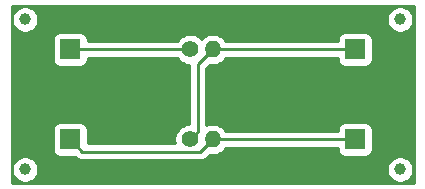
<source format=gtl>
%TF.GenerationSoftware,KiCad,Pcbnew,5.1.6+dfsg1-1*%
%TF.CreationDate,2021-08-19T04:22:28+08:00*%
%TF.ProjectId,lampblack-alert,6c616d70-626c-4616-936b-2d616c657274,rev?*%
%TF.SameCoordinates,Original*%
%TF.FileFunction,Copper,L1,Top*%
%TF.FilePolarity,Positive*%
%FSLAX46Y46*%
G04 Gerber Fmt 4.6, Leading zero omitted, Abs format (unit mm)*
G04 Created by KiCad (PCBNEW 5.1.6+dfsg1-1) date 2021-08-19 04:22:28*
%MOMM*%
%LPD*%
G01*
G04 APERTURE LIST*
%TA.AperFunction,ComponentPad*%
%ADD10O,1.400000X1.400000*%
%TD*%
%TA.AperFunction,ComponentPad*%
%ADD11C,1.400000*%
%TD*%
%TA.AperFunction,ComponentPad*%
%ADD12R,1.700000X1.700000*%
%TD*%
%TA.AperFunction,ViaPad*%
%ADD13C,1.000000*%
%TD*%
%TA.AperFunction,Conductor*%
%ADD14C,0.250000*%
%TD*%
%TA.AperFunction,NonConductor*%
%ADD15C,0.254000*%
%TD*%
G04 APERTURE END LIST*
D10*
%TO.P,R2,2*%
%TO.N,Net-(J2-Pad1)*%
X125090000Y-58420000D03*
D11*
%TO.P,R2,1*%
%TO.N,Net-(J3-Pad1)*%
X123190000Y-58420000D03*
%TD*%
D10*
%TO.P,R1,2*%
%TO.N,Net-(J3-Pad1)*%
X125090000Y-50800000D03*
D11*
%TO.P,R1,1*%
%TO.N,Net-(J1-Pad1)*%
X123190000Y-50800000D03*
%TD*%
D12*
%TO.P,J4,1*%
%TO.N,Net-(J2-Pad1)*%
X137160000Y-58420000D03*
%TD*%
%TO.P,J3,1*%
%TO.N,Net-(J3-Pad1)*%
X137160000Y-50800000D03*
%TD*%
%TO.P,J2,1*%
%TO.N,Net-(J2-Pad1)*%
X113030000Y-58420000D03*
%TD*%
%TO.P,J1,1*%
%TO.N,Net-(J1-Pad1)*%
X113030000Y-50800000D03*
%TD*%
D13*
%TO.N,*%
X140970000Y-48260000D03*
X140970000Y-60960000D03*
X109220000Y-60960000D03*
X109220000Y-48260000D03*
%TD*%
D14*
%TO.N,Net-(J1-Pad1)*%
X113030000Y-50800000D02*
X123190000Y-50800000D01*
%TO.N,Net-(J2-Pad1)*%
X125090000Y-58420000D02*
X137160000Y-58420000D01*
X114055001Y-59445001D02*
X113030000Y-58420000D01*
X124064999Y-59445001D02*
X114055001Y-59445001D01*
X125090000Y-58420000D02*
X124064999Y-59445001D01*
%TO.N,Net-(J3-Pad1)*%
X125090000Y-50800000D02*
X137160000Y-50800000D01*
X125090000Y-50800000D02*
X123820000Y-52070000D01*
X123820000Y-57790000D02*
X123190000Y-58420000D01*
X123820000Y-52070000D02*
X123820000Y-57790000D01*
%TD*%
D15*
G36*
X142113000Y-62103000D02*
G01*
X108077000Y-62103000D01*
X108077000Y-60849000D01*
X108093000Y-60849000D01*
X108093000Y-61071000D01*
X108136310Y-61288734D01*
X108221266Y-61493835D01*
X108344602Y-61678421D01*
X108501579Y-61835398D01*
X108686165Y-61958734D01*
X108891266Y-62043690D01*
X109109000Y-62087000D01*
X109331000Y-62087000D01*
X109548734Y-62043690D01*
X109753835Y-61958734D01*
X109938421Y-61835398D01*
X110095398Y-61678421D01*
X110218734Y-61493835D01*
X110303690Y-61288734D01*
X110347000Y-61071000D01*
X110347000Y-60849000D01*
X139843000Y-60849000D01*
X139843000Y-61071000D01*
X139886310Y-61288734D01*
X139971266Y-61493835D01*
X140094602Y-61678421D01*
X140251579Y-61835398D01*
X140436165Y-61958734D01*
X140641266Y-62043690D01*
X140859000Y-62087000D01*
X141081000Y-62087000D01*
X141298734Y-62043690D01*
X141503835Y-61958734D01*
X141688421Y-61835398D01*
X141845398Y-61678421D01*
X141968734Y-61493835D01*
X142053690Y-61288734D01*
X142097000Y-61071000D01*
X142097000Y-60849000D01*
X142053690Y-60631266D01*
X141968734Y-60426165D01*
X141845398Y-60241579D01*
X141688421Y-60084602D01*
X141503835Y-59961266D01*
X141298734Y-59876310D01*
X141081000Y-59833000D01*
X140859000Y-59833000D01*
X140641266Y-59876310D01*
X140436165Y-59961266D01*
X140251579Y-60084602D01*
X140094602Y-60241579D01*
X139971266Y-60426165D01*
X139886310Y-60631266D01*
X139843000Y-60849000D01*
X110347000Y-60849000D01*
X110303690Y-60631266D01*
X110218734Y-60426165D01*
X110095398Y-60241579D01*
X109938421Y-60084602D01*
X109753835Y-59961266D01*
X109548734Y-59876310D01*
X109331000Y-59833000D01*
X109109000Y-59833000D01*
X108891266Y-59876310D01*
X108686165Y-59961266D01*
X108501579Y-60084602D01*
X108344602Y-60241579D01*
X108221266Y-60426165D01*
X108136310Y-60631266D01*
X108093000Y-60849000D01*
X108077000Y-60849000D01*
X108077000Y-49950000D01*
X111549967Y-49950000D01*
X111549967Y-51650000D01*
X111562073Y-51772913D01*
X111597925Y-51891103D01*
X111656147Y-52000028D01*
X111734499Y-52095501D01*
X111829972Y-52173853D01*
X111938897Y-52232075D01*
X112057087Y-52267927D01*
X112180000Y-52280033D01*
X113880000Y-52280033D01*
X114002913Y-52267927D01*
X114121103Y-52232075D01*
X114230028Y-52173853D01*
X114325501Y-52095501D01*
X114403853Y-52000028D01*
X114462075Y-51891103D01*
X114497927Y-51772913D01*
X114510033Y-51650000D01*
X114510033Y-51552000D01*
X122096501Y-51552000D01*
X122159252Y-51645913D01*
X122344087Y-51830748D01*
X122561430Y-51975972D01*
X122802928Y-52076004D01*
X123059302Y-52127000D01*
X123068000Y-52127000D01*
X123068001Y-57093000D01*
X123059302Y-57093000D01*
X122802928Y-57143996D01*
X122561430Y-57244028D01*
X122344087Y-57389252D01*
X122159252Y-57574087D01*
X122014028Y-57791430D01*
X121913996Y-58032928D01*
X121863000Y-58289302D01*
X121863000Y-58550698D01*
X121891306Y-58693001D01*
X114510033Y-58693001D01*
X114510033Y-57570000D01*
X114497927Y-57447087D01*
X114462075Y-57328897D01*
X114403853Y-57219972D01*
X114325501Y-57124499D01*
X114230028Y-57046147D01*
X114121103Y-56987925D01*
X114002913Y-56952073D01*
X113880000Y-56939967D01*
X112180000Y-56939967D01*
X112057087Y-56952073D01*
X111938897Y-56987925D01*
X111829972Y-57046147D01*
X111734499Y-57124499D01*
X111656147Y-57219972D01*
X111597925Y-57328897D01*
X111562073Y-57447087D01*
X111549967Y-57570000D01*
X111549967Y-59270000D01*
X111562073Y-59392913D01*
X111597925Y-59511103D01*
X111656147Y-59620028D01*
X111734499Y-59715501D01*
X111829972Y-59793853D01*
X111938897Y-59852075D01*
X112057087Y-59887927D01*
X112180000Y-59900033D01*
X113446544Y-59900033D01*
X113497138Y-59950627D01*
X113520684Y-59979318D01*
X113549375Y-60002864D01*
X113635190Y-60073291D01*
X113705018Y-60110614D01*
X113765831Y-60143119D01*
X113907583Y-60186120D01*
X114018063Y-60197001D01*
X114018065Y-60197001D01*
X114055000Y-60200639D01*
X114091936Y-60197001D01*
X124028064Y-60197001D01*
X124064999Y-60200639D01*
X124101934Y-60197001D01*
X124101937Y-60197001D01*
X124212417Y-60186120D01*
X124354169Y-60143119D01*
X124484809Y-60073291D01*
X124599316Y-59979318D01*
X124622866Y-59950622D01*
X124848523Y-59724965D01*
X124959302Y-59747000D01*
X125220698Y-59747000D01*
X125477072Y-59696004D01*
X125718570Y-59595972D01*
X125935913Y-59450748D01*
X126120748Y-59265913D01*
X126183499Y-59172000D01*
X135679967Y-59172000D01*
X135679967Y-59270000D01*
X135692073Y-59392913D01*
X135727925Y-59511103D01*
X135786147Y-59620028D01*
X135864499Y-59715501D01*
X135959972Y-59793853D01*
X136068897Y-59852075D01*
X136187087Y-59887927D01*
X136310000Y-59900033D01*
X138010000Y-59900033D01*
X138132913Y-59887927D01*
X138251103Y-59852075D01*
X138360028Y-59793853D01*
X138455501Y-59715501D01*
X138533853Y-59620028D01*
X138592075Y-59511103D01*
X138627927Y-59392913D01*
X138640033Y-59270000D01*
X138640033Y-57570000D01*
X138627927Y-57447087D01*
X138592075Y-57328897D01*
X138533853Y-57219972D01*
X138455501Y-57124499D01*
X138360028Y-57046147D01*
X138251103Y-56987925D01*
X138132913Y-56952073D01*
X138010000Y-56939967D01*
X136310000Y-56939967D01*
X136187087Y-56952073D01*
X136068897Y-56987925D01*
X135959972Y-57046147D01*
X135864499Y-57124499D01*
X135786147Y-57219972D01*
X135727925Y-57328897D01*
X135692073Y-57447087D01*
X135679967Y-57570000D01*
X135679967Y-57668000D01*
X126183499Y-57668000D01*
X126120748Y-57574087D01*
X125935913Y-57389252D01*
X125718570Y-57244028D01*
X125477072Y-57143996D01*
X125220698Y-57093000D01*
X124959302Y-57093000D01*
X124702928Y-57143996D01*
X124572000Y-57198228D01*
X124572000Y-52381488D01*
X124848524Y-52104965D01*
X124959302Y-52127000D01*
X125220698Y-52127000D01*
X125477072Y-52076004D01*
X125718570Y-51975972D01*
X125935913Y-51830748D01*
X126120748Y-51645913D01*
X126183499Y-51552000D01*
X135679967Y-51552000D01*
X135679967Y-51650000D01*
X135692073Y-51772913D01*
X135727925Y-51891103D01*
X135786147Y-52000028D01*
X135864499Y-52095501D01*
X135959972Y-52173853D01*
X136068897Y-52232075D01*
X136187087Y-52267927D01*
X136310000Y-52280033D01*
X138010000Y-52280033D01*
X138132913Y-52267927D01*
X138251103Y-52232075D01*
X138360028Y-52173853D01*
X138455501Y-52095501D01*
X138533853Y-52000028D01*
X138592075Y-51891103D01*
X138627927Y-51772913D01*
X138640033Y-51650000D01*
X138640033Y-49950000D01*
X138627927Y-49827087D01*
X138592075Y-49708897D01*
X138533853Y-49599972D01*
X138455501Y-49504499D01*
X138360028Y-49426147D01*
X138251103Y-49367925D01*
X138132913Y-49332073D01*
X138010000Y-49319967D01*
X136310000Y-49319967D01*
X136187087Y-49332073D01*
X136068897Y-49367925D01*
X135959972Y-49426147D01*
X135864499Y-49504499D01*
X135786147Y-49599972D01*
X135727925Y-49708897D01*
X135692073Y-49827087D01*
X135679967Y-49950000D01*
X135679967Y-50048000D01*
X126183499Y-50048000D01*
X126120748Y-49954087D01*
X125935913Y-49769252D01*
X125718570Y-49624028D01*
X125477072Y-49523996D01*
X125220698Y-49473000D01*
X124959302Y-49473000D01*
X124702928Y-49523996D01*
X124461430Y-49624028D01*
X124244087Y-49769252D01*
X124140000Y-49873339D01*
X124035913Y-49769252D01*
X123818570Y-49624028D01*
X123577072Y-49523996D01*
X123320698Y-49473000D01*
X123059302Y-49473000D01*
X122802928Y-49523996D01*
X122561430Y-49624028D01*
X122344087Y-49769252D01*
X122159252Y-49954087D01*
X122096501Y-50048000D01*
X114510033Y-50048000D01*
X114510033Y-49950000D01*
X114497927Y-49827087D01*
X114462075Y-49708897D01*
X114403853Y-49599972D01*
X114325501Y-49504499D01*
X114230028Y-49426147D01*
X114121103Y-49367925D01*
X114002913Y-49332073D01*
X113880000Y-49319967D01*
X112180000Y-49319967D01*
X112057087Y-49332073D01*
X111938897Y-49367925D01*
X111829972Y-49426147D01*
X111734499Y-49504499D01*
X111656147Y-49599972D01*
X111597925Y-49708897D01*
X111562073Y-49827087D01*
X111549967Y-49950000D01*
X108077000Y-49950000D01*
X108077000Y-48149000D01*
X108093000Y-48149000D01*
X108093000Y-48371000D01*
X108136310Y-48588734D01*
X108221266Y-48793835D01*
X108344602Y-48978421D01*
X108501579Y-49135398D01*
X108686165Y-49258734D01*
X108891266Y-49343690D01*
X109109000Y-49387000D01*
X109331000Y-49387000D01*
X109548734Y-49343690D01*
X109753835Y-49258734D01*
X109938421Y-49135398D01*
X110095398Y-48978421D01*
X110218734Y-48793835D01*
X110303690Y-48588734D01*
X110347000Y-48371000D01*
X110347000Y-48149000D01*
X139843000Y-48149000D01*
X139843000Y-48371000D01*
X139886310Y-48588734D01*
X139971266Y-48793835D01*
X140094602Y-48978421D01*
X140251579Y-49135398D01*
X140436165Y-49258734D01*
X140641266Y-49343690D01*
X140859000Y-49387000D01*
X141081000Y-49387000D01*
X141298734Y-49343690D01*
X141503835Y-49258734D01*
X141688421Y-49135398D01*
X141845398Y-48978421D01*
X141968734Y-48793835D01*
X142053690Y-48588734D01*
X142097000Y-48371000D01*
X142097000Y-48149000D01*
X142053690Y-47931266D01*
X141968734Y-47726165D01*
X141845398Y-47541579D01*
X141688421Y-47384602D01*
X141503835Y-47261266D01*
X141298734Y-47176310D01*
X141081000Y-47133000D01*
X140859000Y-47133000D01*
X140641266Y-47176310D01*
X140436165Y-47261266D01*
X140251579Y-47384602D01*
X140094602Y-47541579D01*
X139971266Y-47726165D01*
X139886310Y-47931266D01*
X139843000Y-48149000D01*
X110347000Y-48149000D01*
X110303690Y-47931266D01*
X110218734Y-47726165D01*
X110095398Y-47541579D01*
X109938421Y-47384602D01*
X109753835Y-47261266D01*
X109548734Y-47176310D01*
X109331000Y-47133000D01*
X109109000Y-47133000D01*
X108891266Y-47176310D01*
X108686165Y-47261266D01*
X108501579Y-47384602D01*
X108344602Y-47541579D01*
X108221266Y-47726165D01*
X108136310Y-47931266D01*
X108093000Y-48149000D01*
X108077000Y-48149000D01*
X108077000Y-47117000D01*
X142113000Y-47117000D01*
X142113000Y-62103000D01*
G37*
X142113000Y-62103000D02*
X108077000Y-62103000D01*
X108077000Y-60849000D01*
X108093000Y-60849000D01*
X108093000Y-61071000D01*
X108136310Y-61288734D01*
X108221266Y-61493835D01*
X108344602Y-61678421D01*
X108501579Y-61835398D01*
X108686165Y-61958734D01*
X108891266Y-62043690D01*
X109109000Y-62087000D01*
X109331000Y-62087000D01*
X109548734Y-62043690D01*
X109753835Y-61958734D01*
X109938421Y-61835398D01*
X110095398Y-61678421D01*
X110218734Y-61493835D01*
X110303690Y-61288734D01*
X110347000Y-61071000D01*
X110347000Y-60849000D01*
X139843000Y-60849000D01*
X139843000Y-61071000D01*
X139886310Y-61288734D01*
X139971266Y-61493835D01*
X140094602Y-61678421D01*
X140251579Y-61835398D01*
X140436165Y-61958734D01*
X140641266Y-62043690D01*
X140859000Y-62087000D01*
X141081000Y-62087000D01*
X141298734Y-62043690D01*
X141503835Y-61958734D01*
X141688421Y-61835398D01*
X141845398Y-61678421D01*
X141968734Y-61493835D01*
X142053690Y-61288734D01*
X142097000Y-61071000D01*
X142097000Y-60849000D01*
X142053690Y-60631266D01*
X141968734Y-60426165D01*
X141845398Y-60241579D01*
X141688421Y-60084602D01*
X141503835Y-59961266D01*
X141298734Y-59876310D01*
X141081000Y-59833000D01*
X140859000Y-59833000D01*
X140641266Y-59876310D01*
X140436165Y-59961266D01*
X140251579Y-60084602D01*
X140094602Y-60241579D01*
X139971266Y-60426165D01*
X139886310Y-60631266D01*
X139843000Y-60849000D01*
X110347000Y-60849000D01*
X110303690Y-60631266D01*
X110218734Y-60426165D01*
X110095398Y-60241579D01*
X109938421Y-60084602D01*
X109753835Y-59961266D01*
X109548734Y-59876310D01*
X109331000Y-59833000D01*
X109109000Y-59833000D01*
X108891266Y-59876310D01*
X108686165Y-59961266D01*
X108501579Y-60084602D01*
X108344602Y-60241579D01*
X108221266Y-60426165D01*
X108136310Y-60631266D01*
X108093000Y-60849000D01*
X108077000Y-60849000D01*
X108077000Y-49950000D01*
X111549967Y-49950000D01*
X111549967Y-51650000D01*
X111562073Y-51772913D01*
X111597925Y-51891103D01*
X111656147Y-52000028D01*
X111734499Y-52095501D01*
X111829972Y-52173853D01*
X111938897Y-52232075D01*
X112057087Y-52267927D01*
X112180000Y-52280033D01*
X113880000Y-52280033D01*
X114002913Y-52267927D01*
X114121103Y-52232075D01*
X114230028Y-52173853D01*
X114325501Y-52095501D01*
X114403853Y-52000028D01*
X114462075Y-51891103D01*
X114497927Y-51772913D01*
X114510033Y-51650000D01*
X114510033Y-51552000D01*
X122096501Y-51552000D01*
X122159252Y-51645913D01*
X122344087Y-51830748D01*
X122561430Y-51975972D01*
X122802928Y-52076004D01*
X123059302Y-52127000D01*
X123068000Y-52127000D01*
X123068001Y-57093000D01*
X123059302Y-57093000D01*
X122802928Y-57143996D01*
X122561430Y-57244028D01*
X122344087Y-57389252D01*
X122159252Y-57574087D01*
X122014028Y-57791430D01*
X121913996Y-58032928D01*
X121863000Y-58289302D01*
X121863000Y-58550698D01*
X121891306Y-58693001D01*
X114510033Y-58693001D01*
X114510033Y-57570000D01*
X114497927Y-57447087D01*
X114462075Y-57328897D01*
X114403853Y-57219972D01*
X114325501Y-57124499D01*
X114230028Y-57046147D01*
X114121103Y-56987925D01*
X114002913Y-56952073D01*
X113880000Y-56939967D01*
X112180000Y-56939967D01*
X112057087Y-56952073D01*
X111938897Y-56987925D01*
X111829972Y-57046147D01*
X111734499Y-57124499D01*
X111656147Y-57219972D01*
X111597925Y-57328897D01*
X111562073Y-57447087D01*
X111549967Y-57570000D01*
X111549967Y-59270000D01*
X111562073Y-59392913D01*
X111597925Y-59511103D01*
X111656147Y-59620028D01*
X111734499Y-59715501D01*
X111829972Y-59793853D01*
X111938897Y-59852075D01*
X112057087Y-59887927D01*
X112180000Y-59900033D01*
X113446544Y-59900033D01*
X113497138Y-59950627D01*
X113520684Y-59979318D01*
X113549375Y-60002864D01*
X113635190Y-60073291D01*
X113705018Y-60110614D01*
X113765831Y-60143119D01*
X113907583Y-60186120D01*
X114018063Y-60197001D01*
X114018065Y-60197001D01*
X114055000Y-60200639D01*
X114091936Y-60197001D01*
X124028064Y-60197001D01*
X124064999Y-60200639D01*
X124101934Y-60197001D01*
X124101937Y-60197001D01*
X124212417Y-60186120D01*
X124354169Y-60143119D01*
X124484809Y-60073291D01*
X124599316Y-59979318D01*
X124622866Y-59950622D01*
X124848523Y-59724965D01*
X124959302Y-59747000D01*
X125220698Y-59747000D01*
X125477072Y-59696004D01*
X125718570Y-59595972D01*
X125935913Y-59450748D01*
X126120748Y-59265913D01*
X126183499Y-59172000D01*
X135679967Y-59172000D01*
X135679967Y-59270000D01*
X135692073Y-59392913D01*
X135727925Y-59511103D01*
X135786147Y-59620028D01*
X135864499Y-59715501D01*
X135959972Y-59793853D01*
X136068897Y-59852075D01*
X136187087Y-59887927D01*
X136310000Y-59900033D01*
X138010000Y-59900033D01*
X138132913Y-59887927D01*
X138251103Y-59852075D01*
X138360028Y-59793853D01*
X138455501Y-59715501D01*
X138533853Y-59620028D01*
X138592075Y-59511103D01*
X138627927Y-59392913D01*
X138640033Y-59270000D01*
X138640033Y-57570000D01*
X138627927Y-57447087D01*
X138592075Y-57328897D01*
X138533853Y-57219972D01*
X138455501Y-57124499D01*
X138360028Y-57046147D01*
X138251103Y-56987925D01*
X138132913Y-56952073D01*
X138010000Y-56939967D01*
X136310000Y-56939967D01*
X136187087Y-56952073D01*
X136068897Y-56987925D01*
X135959972Y-57046147D01*
X135864499Y-57124499D01*
X135786147Y-57219972D01*
X135727925Y-57328897D01*
X135692073Y-57447087D01*
X135679967Y-57570000D01*
X135679967Y-57668000D01*
X126183499Y-57668000D01*
X126120748Y-57574087D01*
X125935913Y-57389252D01*
X125718570Y-57244028D01*
X125477072Y-57143996D01*
X125220698Y-57093000D01*
X124959302Y-57093000D01*
X124702928Y-57143996D01*
X124572000Y-57198228D01*
X124572000Y-52381488D01*
X124848524Y-52104965D01*
X124959302Y-52127000D01*
X125220698Y-52127000D01*
X125477072Y-52076004D01*
X125718570Y-51975972D01*
X125935913Y-51830748D01*
X126120748Y-51645913D01*
X126183499Y-51552000D01*
X135679967Y-51552000D01*
X135679967Y-51650000D01*
X135692073Y-51772913D01*
X135727925Y-51891103D01*
X135786147Y-52000028D01*
X135864499Y-52095501D01*
X135959972Y-52173853D01*
X136068897Y-52232075D01*
X136187087Y-52267927D01*
X136310000Y-52280033D01*
X138010000Y-52280033D01*
X138132913Y-52267927D01*
X138251103Y-52232075D01*
X138360028Y-52173853D01*
X138455501Y-52095501D01*
X138533853Y-52000028D01*
X138592075Y-51891103D01*
X138627927Y-51772913D01*
X138640033Y-51650000D01*
X138640033Y-49950000D01*
X138627927Y-49827087D01*
X138592075Y-49708897D01*
X138533853Y-49599972D01*
X138455501Y-49504499D01*
X138360028Y-49426147D01*
X138251103Y-49367925D01*
X138132913Y-49332073D01*
X138010000Y-49319967D01*
X136310000Y-49319967D01*
X136187087Y-49332073D01*
X136068897Y-49367925D01*
X135959972Y-49426147D01*
X135864499Y-49504499D01*
X135786147Y-49599972D01*
X135727925Y-49708897D01*
X135692073Y-49827087D01*
X135679967Y-49950000D01*
X135679967Y-50048000D01*
X126183499Y-50048000D01*
X126120748Y-49954087D01*
X125935913Y-49769252D01*
X125718570Y-49624028D01*
X125477072Y-49523996D01*
X125220698Y-49473000D01*
X124959302Y-49473000D01*
X124702928Y-49523996D01*
X124461430Y-49624028D01*
X124244087Y-49769252D01*
X124140000Y-49873339D01*
X124035913Y-49769252D01*
X123818570Y-49624028D01*
X123577072Y-49523996D01*
X123320698Y-49473000D01*
X123059302Y-49473000D01*
X122802928Y-49523996D01*
X122561430Y-49624028D01*
X122344087Y-49769252D01*
X122159252Y-49954087D01*
X122096501Y-50048000D01*
X114510033Y-50048000D01*
X114510033Y-49950000D01*
X114497927Y-49827087D01*
X114462075Y-49708897D01*
X114403853Y-49599972D01*
X114325501Y-49504499D01*
X114230028Y-49426147D01*
X114121103Y-49367925D01*
X114002913Y-49332073D01*
X113880000Y-49319967D01*
X112180000Y-49319967D01*
X112057087Y-49332073D01*
X111938897Y-49367925D01*
X111829972Y-49426147D01*
X111734499Y-49504499D01*
X111656147Y-49599972D01*
X111597925Y-49708897D01*
X111562073Y-49827087D01*
X111549967Y-49950000D01*
X108077000Y-49950000D01*
X108077000Y-48149000D01*
X108093000Y-48149000D01*
X108093000Y-48371000D01*
X108136310Y-48588734D01*
X108221266Y-48793835D01*
X108344602Y-48978421D01*
X108501579Y-49135398D01*
X108686165Y-49258734D01*
X108891266Y-49343690D01*
X109109000Y-49387000D01*
X109331000Y-49387000D01*
X109548734Y-49343690D01*
X109753835Y-49258734D01*
X109938421Y-49135398D01*
X110095398Y-48978421D01*
X110218734Y-48793835D01*
X110303690Y-48588734D01*
X110347000Y-48371000D01*
X110347000Y-48149000D01*
X139843000Y-48149000D01*
X139843000Y-48371000D01*
X139886310Y-48588734D01*
X139971266Y-48793835D01*
X140094602Y-48978421D01*
X140251579Y-49135398D01*
X140436165Y-49258734D01*
X140641266Y-49343690D01*
X140859000Y-49387000D01*
X141081000Y-49387000D01*
X141298734Y-49343690D01*
X141503835Y-49258734D01*
X141688421Y-49135398D01*
X141845398Y-48978421D01*
X141968734Y-48793835D01*
X142053690Y-48588734D01*
X142097000Y-48371000D01*
X142097000Y-48149000D01*
X142053690Y-47931266D01*
X141968734Y-47726165D01*
X141845398Y-47541579D01*
X141688421Y-47384602D01*
X141503835Y-47261266D01*
X141298734Y-47176310D01*
X141081000Y-47133000D01*
X140859000Y-47133000D01*
X140641266Y-47176310D01*
X140436165Y-47261266D01*
X140251579Y-47384602D01*
X140094602Y-47541579D01*
X139971266Y-47726165D01*
X139886310Y-47931266D01*
X139843000Y-48149000D01*
X110347000Y-48149000D01*
X110303690Y-47931266D01*
X110218734Y-47726165D01*
X110095398Y-47541579D01*
X109938421Y-47384602D01*
X109753835Y-47261266D01*
X109548734Y-47176310D01*
X109331000Y-47133000D01*
X109109000Y-47133000D01*
X108891266Y-47176310D01*
X108686165Y-47261266D01*
X108501579Y-47384602D01*
X108344602Y-47541579D01*
X108221266Y-47726165D01*
X108136310Y-47931266D01*
X108093000Y-48149000D01*
X108077000Y-48149000D01*
X108077000Y-47117000D01*
X142113000Y-47117000D01*
X142113000Y-62103000D01*
M02*

</source>
